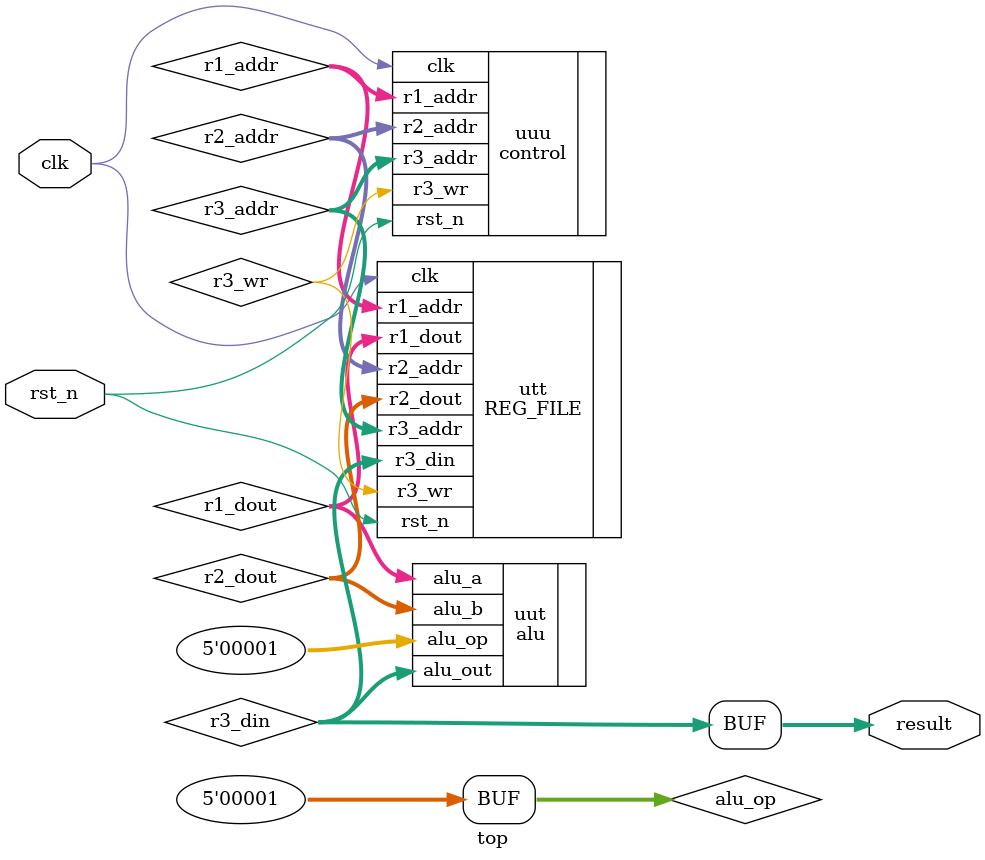
<source format=v>
`timescale 1ns / 1ps
module top(
input clk,
input rst_n,
output [31:0] result
    );
	assign result=r3_din;
   wire [4:0] alu_op;
	wire [31:0] r1_dout;
	wire [31:0] r2_dout;
	wire [31:0] r3_din;
	wire [4:0] r1_addr;
	wire [4:0] r2_addr;
	wire [4:0] r3_addr;
	wire r3_wr;
	assign alu_op=5'h01;
alu uut
(
.alu_a(r1_dout),
.alu_b(r2_dout),
.alu_op(alu_op),
.alu_out(r3_din)
);
REG_FILE utt(
.clk(clk),.rst_n(rst_n),.r1_addr(r1_addr),.r2_addr(r2_addr),.r3_addr(r3_addr),.r3_din(r3_din),.r3_wr(r3_wr),.r1_dout(r1_dout),.r2_dout(r2_dout)    );
control uuu(
.clk(clk),
.rst_n(rst_n),
.r1_addr(r1_addr),
.r2_addr(r2_addr),
.r3_addr(r3_addr),
.r3_wr(r3_wr)
);
endmodule

</source>
